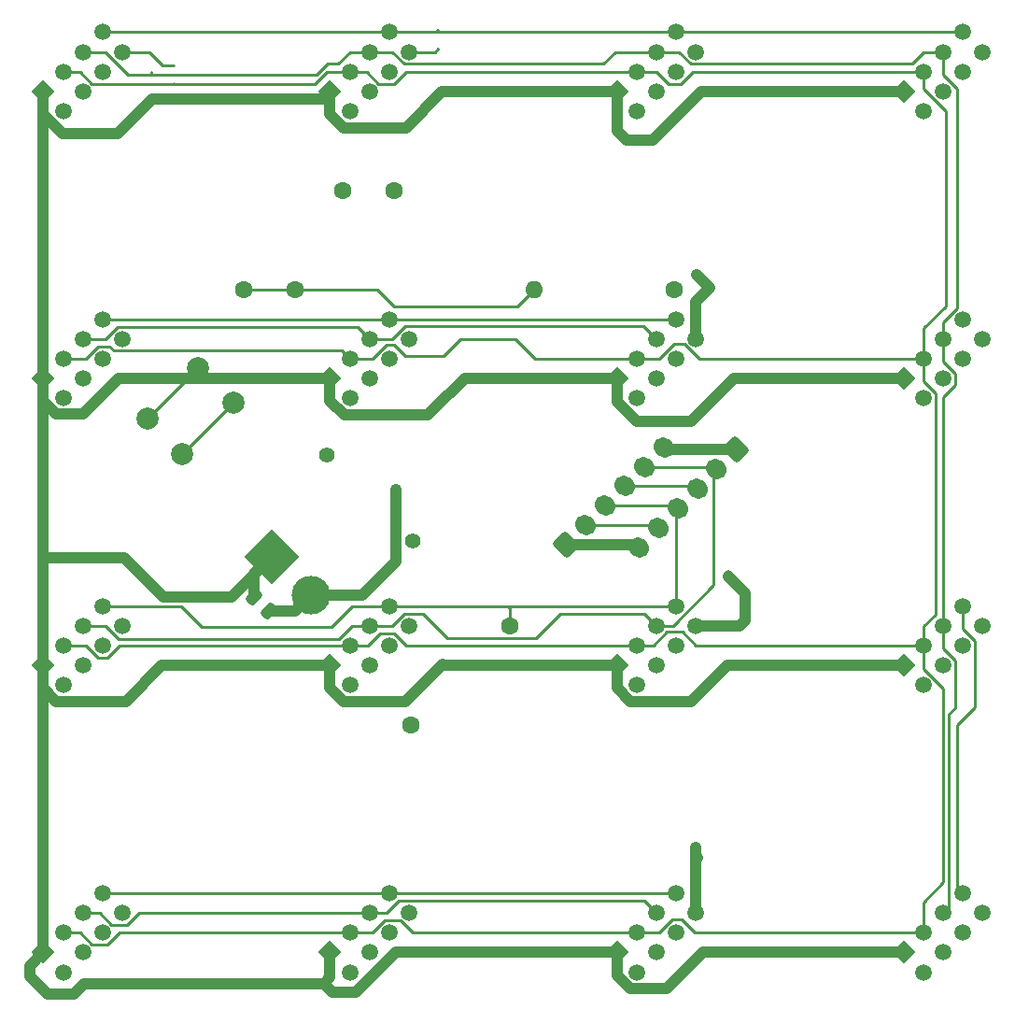
<source format=gbr>
%TF.GenerationSoftware,KiCad,Pcbnew,(6.0.1-0)*%
%TF.CreationDate,2022-09-26T15:58:14+02:00*%
%TF.ProjectId,wifi_camera,77696669-5f63-4616-9d65-72612e6b6963,rev?*%
%TF.SameCoordinates,Original*%
%TF.FileFunction,Copper,L1,Top*%
%TF.FilePolarity,Positive*%
%FSLAX46Y46*%
G04 Gerber Fmt 4.6, Leading zero omitted, Abs format (unit mm)*
G04 Created by KiCad (PCBNEW (6.0.1-0)) date 2022-09-26 15:58:14*
%MOMM*%
%LPD*%
G01*
G04 APERTURE LIST*
G04 Aperture macros list*
%AMRoundRect*
0 Rectangle with rounded corners*
0 $1 Rounding radius*
0 $2 $3 $4 $5 $6 $7 $8 $9 X,Y pos of 4 corners*
0 Add a 4 corners polygon primitive as box body*
4,1,4,$2,$3,$4,$5,$6,$7,$8,$9,$2,$3,0*
0 Add four circle primitives for the rounded corners*
1,1,$1+$1,$2,$3*
1,1,$1+$1,$4,$5*
1,1,$1+$1,$6,$7*
1,1,$1+$1,$8,$9*
0 Add four rect primitives between the rounded corners*
20,1,$1+$1,$2,$3,$4,$5,0*
20,1,$1+$1,$4,$5,$6,$7,0*
20,1,$1+$1,$6,$7,$8,$9,0*
20,1,$1+$1,$8,$9,$2,$3,0*%
%AMHorizOval*
0 Thick line with rounded ends*
0 $1 width*
0 $2 $3 position (X,Y) of the first rounded end (center of the circle)*
0 $4 $5 position (X,Y) of the second rounded end (center of the circle)*
0 Add line between two ends*
20,1,$1,$2,$3,$4,$5,0*
0 Add two circle primitives to create the rounded ends*
1,1,$1,$2,$3*
1,1,$1,$4,$5*%
%AMRotRect*
0 Rectangle, with rotation*
0 The origin of the aperture is its center*
0 $1 length*
0 $2 width*
0 $3 Rotation angle, in degrees counterclockwise*
0 Add horizontal line*
21,1,$1,$2,0,0,$3*%
G04 Aperture macros list end*
%TA.AperFunction,ComponentPad*%
%ADD10C,1.600000*%
%TD*%
%TA.AperFunction,ComponentPad*%
%ADD11HorizOval,1.600000X0.000000X0.000000X0.000000X0.000000X0*%
%TD*%
%TA.AperFunction,ComponentPad*%
%ADD12O,1.600000X1.600000*%
%TD*%
%TA.AperFunction,ComponentPad*%
%ADD13C,2.000000*%
%TD*%
%TA.AperFunction,ComponentPad*%
%ADD14RotRect,1.500000X1.500000X45.000000*%
%TD*%
%TA.AperFunction,ComponentPad*%
%ADD15C,1.500000*%
%TD*%
%TA.AperFunction,SMDPad,CuDef*%
%ADD16RoundRect,0.250000X0.512652X0.159099X0.159099X0.512652X-0.512652X-0.159099X-0.159099X-0.512652X0*%
%TD*%
%TA.AperFunction,ComponentPad*%
%ADD17C,1.400000*%
%TD*%
%TA.AperFunction,ComponentPad*%
%ADD18RotRect,3.500000X3.500000X135.000000*%
%TD*%
%TA.AperFunction,ComponentPad*%
%ADD19C,3.500000*%
%TD*%
%TA.AperFunction,ComponentPad*%
%ADD20RoundRect,0.250000X0.088388X-0.936916X0.936916X-0.088388X-0.088388X0.936916X-0.936916X0.088388X0*%
%TD*%
%TA.AperFunction,ComponentPad*%
%ADD21HorizOval,1.700000X-0.088388X0.088388X0.088388X-0.088388X0*%
%TD*%
%TA.AperFunction,ComponentPad*%
%ADD22RoundRect,0.250000X-0.088388X0.936916X-0.936916X0.088388X0.088388X-0.936916X0.936916X-0.088388X0*%
%TD*%
%TA.AperFunction,ViaPad*%
%ADD23C,0.800000*%
%TD*%
%TA.AperFunction,Conductor*%
%ADD24C,0.250000*%
%TD*%
%TA.AperFunction,Conductor*%
%ADD25C,1.000000*%
%TD*%
G04 APERTURE END LIST*
D10*
%TO.P,R4,1*%
%TO.N,+3V3*%
X79509872Y-119990128D03*
D11*
%TO.P,R4,2*%
%TO.N,shutter*%
X88490128Y-111009872D03*
%TD*%
%TO.P,R3,2*%
%TO.N,scl*%
X77990128Y-71519744D03*
D10*
%TO.P,R3,1*%
%TO.N,+3V3*%
X69009872Y-80500000D03*
%TD*%
D11*
%TO.P,R2,2*%
%TO.N,sda*%
X73320384Y-71519744D03*
D10*
%TO.P,R2,1*%
%TO.N,+3V3*%
X64340128Y-80500000D03*
%TD*%
%TO.P,R1,1*%
%TO.N,rst*%
X103350000Y-80500000D03*
D12*
%TO.P,R1,2*%
%TO.N,+3V3*%
X90650000Y-80500000D03*
%TD*%
D13*
%TO.P,SW1,1,1*%
%TO.N,rst*%
X63389088Y-90792894D03*
X58792894Y-95389088D03*
%TO.P,SW1,2,2*%
%TO.N,GND*%
X60207108Y-87610913D03*
X55610913Y-92207107D03*
%TD*%
D14*
%TO.P,U1,1,GND*%
%TO.N,GND*%
X46181981Y-62570134D03*
D15*
%TO.P,U1,2,IO2*%
%TO.N,sda*%
X47978032Y-60774083D03*
%TO.P,U1,3,IO0*%
%TO.N,scl*%
X49774083Y-58978032D03*
%TO.P,U1,4,RXD*%
%TO.N,shutter*%
X51570134Y-57181981D03*
%TO.P,U1,5,TXD*%
%TO.N,unconnected-(U1-Pad5)*%
X47978032Y-64366185D03*
%TO.P,U1,6,EN*%
%TO.N,unconnected-(U1-Pad6)*%
X49774083Y-62570134D03*
%TO.P,U1,7,~{RST}*%
%TO.N,rst*%
X51570134Y-60774083D03*
%TO.P,U1,8,VCC*%
%TO.N,+3V3*%
X53366185Y-58978032D03*
%TD*%
D14*
%TO.P,U3,1,GND*%
%TO.N,GND*%
X46181981Y-114570134D03*
D15*
%TO.P,U3,2,IO2*%
%TO.N,sda*%
X47978032Y-112774083D03*
%TO.P,U3,3,IO0*%
%TO.N,scl*%
X49774083Y-110978032D03*
%TO.P,U3,4,RXD*%
%TO.N,shutter*%
X51570134Y-109181981D03*
%TO.P,U3,5,TXD*%
%TO.N,unconnected-(U3-Pad5)*%
X47978032Y-116366185D03*
%TO.P,U3,6,EN*%
%TO.N,unconnected-(U3-Pad6)*%
X49774083Y-114570134D03*
%TO.P,U3,7,~{RST}*%
%TO.N,rst*%
X51570134Y-112774083D03*
%TO.P,U3,8,VCC*%
%TO.N,+3V3*%
X53366185Y-110978032D03*
%TD*%
D14*
%TO.P,U14,1,GND*%
%TO.N,GND*%
X124181981Y-88570134D03*
D15*
%TO.P,U14,2,IO2*%
%TO.N,sda*%
X125978032Y-86774083D03*
%TO.P,U14,3,IO0*%
%TO.N,scl*%
X127774083Y-84978032D03*
%TO.P,U14,4,RXD*%
%TO.N,shutter*%
X129570134Y-83181981D03*
%TO.P,U14,5,TXD*%
%TO.N,unconnected-(U14-Pad5)*%
X125978032Y-90366185D03*
%TO.P,U14,6,EN*%
%TO.N,unconnected-(U14-Pad6)*%
X127774083Y-88570134D03*
%TO.P,U14,7,~{RST}*%
%TO.N,rst*%
X129570134Y-86774083D03*
%TO.P,U14,8,VCC*%
%TO.N,+3V3*%
X131366185Y-84978032D03*
%TD*%
D14*
%TO.P,U12,1,GND*%
%TO.N,GND*%
X98181981Y-140570134D03*
D15*
%TO.P,U12,2,IO2*%
%TO.N,sda*%
X99978032Y-138774083D03*
%TO.P,U12,3,IO0*%
%TO.N,scl*%
X101774083Y-136978032D03*
%TO.P,U12,4,RXD*%
%TO.N,shutter*%
X103570134Y-135181981D03*
%TO.P,U12,5,TXD*%
%TO.N,unconnected-(U12-Pad5)*%
X99978032Y-142366185D03*
%TO.P,U12,6,EN*%
%TO.N,unconnected-(U12-Pad6)*%
X101774083Y-140570134D03*
%TO.P,U12,7,~{RST}*%
%TO.N,rst*%
X103570134Y-138774083D03*
%TO.P,U12,8,VCC*%
%TO.N,+3V3*%
X105366185Y-136978032D03*
%TD*%
D14*
%TO.P,U10,1,GND*%
%TO.N,GND*%
X98181981Y-88570134D03*
D15*
%TO.P,U10,2,IO2*%
%TO.N,sda*%
X99978032Y-86774083D03*
%TO.P,U10,3,IO0*%
%TO.N,scl*%
X101774083Y-84978032D03*
%TO.P,U10,4,RXD*%
%TO.N,shutter*%
X103570134Y-83181981D03*
%TO.P,U10,5,TXD*%
%TO.N,unconnected-(U10-Pad5)*%
X99978032Y-90366185D03*
%TO.P,U10,6,EN*%
%TO.N,unconnected-(U10-Pad6)*%
X101774083Y-88570134D03*
%TO.P,U10,7,~{RST}*%
%TO.N,rst*%
X103570134Y-86774083D03*
%TO.P,U10,8,VCC*%
%TO.N,+3V3*%
X105366185Y-84978032D03*
%TD*%
D14*
%TO.P,U16,1,GND*%
%TO.N,GND*%
X124181981Y-140570134D03*
D15*
%TO.P,U16,2,IO2*%
%TO.N,sda*%
X125978032Y-138774083D03*
%TO.P,U16,3,IO0*%
%TO.N,scl*%
X127774083Y-136978032D03*
%TO.P,U16,4,RXD*%
%TO.N,shutter*%
X129570134Y-135181981D03*
%TO.P,U16,5,TXD*%
%TO.N,unconnected-(U16-Pad5)*%
X125978032Y-142366185D03*
%TO.P,U16,6,EN*%
%TO.N,unconnected-(U16-Pad6)*%
X127774083Y-140570134D03*
%TO.P,U16,7,~{RST}*%
%TO.N,rst*%
X129570134Y-138774083D03*
%TO.P,U16,8,VCC*%
%TO.N,+3V3*%
X131366185Y-136978032D03*
%TD*%
D14*
%TO.P,U13,1,GND*%
%TO.N,GND*%
X124181981Y-62570134D03*
D15*
%TO.P,U13,2,IO2*%
%TO.N,sda*%
X125978032Y-60774083D03*
%TO.P,U13,3,IO0*%
%TO.N,scl*%
X127774083Y-58978032D03*
%TO.P,U13,4,RXD*%
%TO.N,shutter*%
X129570134Y-57181981D03*
%TO.P,U13,5,TXD*%
%TO.N,unconnected-(U13-Pad5)*%
X125978032Y-64366185D03*
%TO.P,U13,6,EN*%
%TO.N,unconnected-(U13-Pad6)*%
X127774083Y-62570134D03*
%TO.P,U13,7,~{RST}*%
%TO.N,rst*%
X129570134Y-60774083D03*
%TO.P,U13,8,VCC*%
%TO.N,+3V3*%
X131366185Y-58978032D03*
%TD*%
D14*
%TO.P,U15,1,GND*%
%TO.N,GND*%
X124181981Y-114570134D03*
D15*
%TO.P,U15,2,IO2*%
%TO.N,sda*%
X125978032Y-112774083D03*
%TO.P,U15,3,IO0*%
%TO.N,scl*%
X127774083Y-110978032D03*
%TO.P,U15,4,RXD*%
%TO.N,shutter*%
X129570134Y-109181981D03*
%TO.P,U15,5,TXD*%
%TO.N,unconnected-(U15-Pad5)*%
X125978032Y-116366185D03*
%TO.P,U15,6,EN*%
%TO.N,unconnected-(U15-Pad6)*%
X127774083Y-114570134D03*
%TO.P,U15,7,~{RST}*%
%TO.N,rst*%
X129570134Y-112774083D03*
%TO.P,U15,8,VCC*%
%TO.N,+3V3*%
X131366185Y-110978032D03*
%TD*%
D14*
%TO.P,U4,1,GND*%
%TO.N,GND*%
X46181981Y-140570134D03*
D15*
%TO.P,U4,2,IO2*%
%TO.N,sda*%
X47978032Y-138774083D03*
%TO.P,U4,3,IO0*%
%TO.N,scl*%
X49774083Y-136978032D03*
%TO.P,U4,4,RXD*%
%TO.N,shutter*%
X51570134Y-135181981D03*
%TO.P,U4,5,TXD*%
%TO.N,unconnected-(U4-Pad5)*%
X47978032Y-142366185D03*
%TO.P,U4,6,EN*%
%TO.N,unconnected-(U4-Pad6)*%
X49774083Y-140570134D03*
%TO.P,U4,7,~{RST}*%
%TO.N,rst*%
X51570134Y-138774083D03*
%TO.P,U4,8,VCC*%
%TO.N,+3V3*%
X53366185Y-136978032D03*
%TD*%
D14*
%TO.P,U7,1,GND*%
%TO.N,GND*%
X72181981Y-114570134D03*
D15*
%TO.P,U7,2,IO2*%
%TO.N,sda*%
X73978032Y-112774083D03*
%TO.P,U7,3,IO0*%
%TO.N,scl*%
X75774083Y-110978032D03*
%TO.P,U7,4,RXD*%
%TO.N,shutter*%
X77570134Y-109181981D03*
%TO.P,U7,5,TXD*%
%TO.N,unconnected-(U7-Pad5)*%
X73978032Y-116366185D03*
%TO.P,U7,6,EN*%
%TO.N,unconnected-(U7-Pad6)*%
X75774083Y-114570134D03*
%TO.P,U7,7,~{RST}*%
%TO.N,rst*%
X77570134Y-112774083D03*
%TO.P,U7,8,VCC*%
%TO.N,+3V3*%
X79366185Y-110978032D03*
%TD*%
D14*
%TO.P,U6,1,GND*%
%TO.N,GND*%
X72181981Y-88570134D03*
D15*
%TO.P,U6,2,IO2*%
%TO.N,sda*%
X73978032Y-86774083D03*
%TO.P,U6,3,IO0*%
%TO.N,scl*%
X75774083Y-84978032D03*
%TO.P,U6,4,RXD*%
%TO.N,shutter*%
X77570134Y-83181981D03*
%TO.P,U6,5,TXD*%
%TO.N,unconnected-(U6-Pad5)*%
X73978032Y-90366185D03*
%TO.P,U6,6,EN*%
%TO.N,unconnected-(U6-Pad6)*%
X75774083Y-88570134D03*
%TO.P,U6,7,~{RST}*%
%TO.N,rst*%
X77570134Y-86774083D03*
%TO.P,U6,8,VCC*%
%TO.N,+3V3*%
X79366185Y-84978032D03*
%TD*%
D16*
%TO.P,C4,1*%
%TO.N,+3V3*%
X66671751Y-109671751D03*
%TO.P,C4,2*%
%TO.N,GND*%
X65328249Y-108328249D03*
%TD*%
D14*
%TO.P,U5,1,GND*%
%TO.N,GND*%
X72181981Y-62570134D03*
D15*
%TO.P,U5,2,IO2*%
%TO.N,sda*%
X73978032Y-60774083D03*
%TO.P,U5,3,IO0*%
%TO.N,scl*%
X75774083Y-58978032D03*
%TO.P,U5,4,RXD*%
%TO.N,shutter*%
X77570134Y-57181981D03*
%TO.P,U5,5,TXD*%
%TO.N,unconnected-(U5-Pad5)*%
X73978032Y-64366185D03*
%TO.P,U5,6,EN*%
%TO.N,unconnected-(U5-Pad6)*%
X75774083Y-62570134D03*
%TO.P,U5,7,~{RST}*%
%TO.N,rst*%
X77570134Y-60774083D03*
%TO.P,U5,8,VCC*%
%TO.N,+3V3*%
X79366185Y-58978032D03*
%TD*%
D14*
%TO.P,U2,1,GND*%
%TO.N,GND*%
X46181981Y-88570134D03*
D15*
%TO.P,U2,2,IO2*%
%TO.N,sda*%
X47978032Y-86774083D03*
%TO.P,U2,3,IO0*%
%TO.N,scl*%
X49774083Y-84978032D03*
%TO.P,U2,4,RXD*%
%TO.N,shutter*%
X51570134Y-83181981D03*
%TO.P,U2,5,TXD*%
%TO.N,unconnected-(U2-Pad5)*%
X47978032Y-90366185D03*
%TO.P,U2,6,EN*%
%TO.N,unconnected-(U2-Pad6)*%
X49774083Y-88570134D03*
%TO.P,U2,7,~{RST}*%
%TO.N,rst*%
X51570134Y-86774083D03*
%TO.P,U2,8,VCC*%
%TO.N,+3V3*%
X53366185Y-84978032D03*
%TD*%
D14*
%TO.P,U11,1,GND*%
%TO.N,GND*%
X98181981Y-114570134D03*
D15*
%TO.P,U11,2,IO2*%
%TO.N,sda*%
X99978032Y-112774083D03*
%TO.P,U11,3,IO0*%
%TO.N,scl*%
X101774083Y-110978032D03*
%TO.P,U11,4,RXD*%
%TO.N,shutter*%
X103570134Y-109181981D03*
%TO.P,U11,5,TXD*%
%TO.N,unconnected-(U11-Pad5)*%
X99978032Y-116366185D03*
%TO.P,U11,6,EN*%
%TO.N,unconnected-(U11-Pad6)*%
X101774083Y-114570134D03*
%TO.P,U11,7,~{RST}*%
%TO.N,rst*%
X103570134Y-112774083D03*
%TO.P,U11,8,VCC*%
%TO.N,+3V3*%
X105366185Y-110978032D03*
%TD*%
D14*
%TO.P,U9,1,GND*%
%TO.N,GND*%
X98181981Y-62570134D03*
D15*
%TO.P,U9,2,IO2*%
%TO.N,sda*%
X99978032Y-60774083D03*
%TO.P,U9,3,IO0*%
%TO.N,scl*%
X101774083Y-58978032D03*
%TO.P,U9,4,RXD*%
%TO.N,shutter*%
X103570134Y-57181981D03*
%TO.P,U9,5,TXD*%
%TO.N,unconnected-(U9-Pad5)*%
X99978032Y-64366185D03*
%TO.P,U9,6,EN*%
%TO.N,unconnected-(U9-Pad6)*%
X101774083Y-62570134D03*
%TO.P,U9,7,~{RST}*%
%TO.N,rst*%
X103570134Y-60774083D03*
%TO.P,U9,8,VCC*%
%TO.N,+3V3*%
X105366185Y-58978032D03*
%TD*%
D14*
%TO.P,U8,1,GND*%
%TO.N,GND*%
X72181981Y-140570134D03*
D15*
%TO.P,U8,2,IO2*%
%TO.N,sda*%
X73978032Y-138774083D03*
%TO.P,U8,3,IO0*%
%TO.N,scl*%
X75774083Y-136978032D03*
%TO.P,U8,4,RXD*%
%TO.N,shutter*%
X77570134Y-135181981D03*
%TO.P,U8,5,TXD*%
%TO.N,unconnected-(U8-Pad5)*%
X73978032Y-142366185D03*
%TO.P,U8,6,EN*%
%TO.N,unconnected-(U8-Pad6)*%
X75774083Y-140570134D03*
%TO.P,U8,7,~{RST}*%
%TO.N,rst*%
X77570134Y-138774083D03*
%TO.P,U8,8,VCC*%
%TO.N,+3V3*%
X79366185Y-136978032D03*
%TD*%
D17*
%TO.P,J1,*%
%TO.N,*%
X79647324Y-103280850D03*
X71869149Y-95502676D03*
D18*
%TO.P,J1,1,Pin_1*%
%TO.N,GND*%
X66919402Y-104695064D03*
D19*
%TO.P,J1,2,Pin_2*%
%TO.N,+3V3*%
X70454936Y-108230598D03*
%TD*%
D20*
%TO.P,J3,1,Pin_1*%
%TO.N,GND*%
X93585430Y-103631549D03*
D21*
%TO.P,J3,2,Pin_2*%
%TO.N,rst*%
X95353197Y-101863782D03*
%TO.P,J3,3,Pin_3*%
%TO.N,shutter*%
X97120964Y-100096015D03*
%TO.P,J3,4,Pin_4*%
%TO.N,sda*%
X98888731Y-98328248D03*
%TO.P,J3,5,Pin_5*%
%TO.N,scl*%
X100656498Y-96560481D03*
%TO.P,J3,6,Pin_6*%
%TO.N,+3V3*%
X102424265Y-94792714D03*
%TD*%
D22*
%TO.P,J2,1,Pin_1*%
%TO.N,+3V3*%
X109000000Y-95000000D03*
D21*
%TO.P,J2,2,Pin_2*%
%TO.N,scl*%
X107232233Y-96767767D03*
%TO.P,J2,3,Pin_3*%
%TO.N,sda*%
X105464466Y-98535534D03*
%TO.P,J2,4,Pin_4*%
%TO.N,shutter*%
X103696699Y-100303301D03*
%TO.P,J2,5,Pin_5*%
%TO.N,rst*%
X101928932Y-102071068D03*
%TO.P,J2,6,Pin_6*%
%TO.N,GND*%
X100161165Y-103838835D03*
%TD*%
D23*
%TO.N,+3V3*%
X78150000Y-101600000D03*
X78150000Y-100650000D03*
X78150000Y-99650000D03*
X78150000Y-98750000D03*
%TO.N,GND*%
X92650000Y-114600000D03*
X91279866Y-114570134D03*
X90279866Y-114570134D03*
%TO.N,+3V3*%
X109225000Y-107325000D03*
X108750000Y-106850000D03*
X108275000Y-106375000D03*
X106650000Y-80350000D03*
X105750000Y-79500000D03*
X105450000Y-131050000D03*
X105450000Y-132100000D03*
%TD*%
D24*
%TO.N,GND*%
X55610913Y-92207107D02*
X60207108Y-87610913D01*
X60207108Y-87610913D02*
X59889087Y-87610913D01*
X59889087Y-87610913D02*
X58929866Y-88570134D01*
%TO.N,rst*%
X58792894Y-95389088D02*
X63389088Y-90792894D01*
%TO.N,sda*%
X47978032Y-86774083D02*
X50050545Y-86774083D01*
X50050545Y-86774083D02*
X51125056Y-85699572D01*
X51125056Y-85699572D02*
X52199572Y-85699572D01*
X52199572Y-85699572D02*
X52552543Y-86052543D01*
X52552543Y-86052543D02*
X73256492Y-86052543D01*
X73256492Y-86052543D02*
X73978032Y-86774083D01*
D25*
%TO.N,GND*%
X53029866Y-88570134D02*
X58929866Y-88570134D01*
X58929866Y-88570134D02*
X72181981Y-88570134D01*
D24*
%TO.N,shutter*%
X92318019Y-109181981D02*
X88318019Y-109181981D01*
X88318019Y-109181981D02*
X77570134Y-109181981D01*
X88490128Y-111009872D02*
X88490128Y-109354090D01*
X88490128Y-109354090D02*
X88318019Y-109181981D01*
X103570134Y-109181981D02*
X92318019Y-109181981D01*
%TO.N,scl*%
X75774083Y-110978032D02*
X77846596Y-110978032D01*
X77846596Y-110978032D02*
X78921107Y-109903521D01*
X78921107Y-109903521D02*
X80596479Y-109903521D01*
X82827341Y-112134383D02*
X90865617Y-112134383D01*
X80596479Y-109903521D02*
X82827341Y-112134383D01*
X90865617Y-112134383D02*
X93096479Y-109903521D01*
X93096479Y-109903521D02*
X100699572Y-109903521D01*
X100699572Y-109903521D02*
X101774083Y-110978032D01*
%TO.N,+3V3*%
X64340128Y-80500000D02*
X70500000Y-80500000D01*
X66850000Y-80490128D02*
X73009872Y-80490128D01*
X90650000Y-80500000D02*
X89150000Y-82000000D01*
X76490128Y-80490128D02*
X73009872Y-80490128D01*
X89150000Y-82000000D02*
X78000000Y-82000000D01*
X78000000Y-82000000D02*
X76490128Y-80490128D01*
%TO.N,shutter*%
X77570134Y-83181981D02*
X103570134Y-83181981D01*
X77570134Y-83181981D02*
X51570134Y-83181981D01*
D25*
%TO.N,GND*%
X81050000Y-91900000D02*
X81475000Y-91475000D01*
X81475000Y-91475000D02*
X84379866Y-88570134D01*
D24*
%TO.N,sda*%
X73978032Y-86774083D02*
X76050545Y-86774083D01*
X90774083Y-86774083D02*
X99978032Y-86774083D01*
X76050545Y-86774083D02*
X77324628Y-85500000D01*
X77324628Y-85500000D02*
X78000000Y-85500000D01*
X78000000Y-85500000D02*
X79000000Y-86500000D01*
X79000000Y-86500000D02*
X82500000Y-86500000D01*
X84000000Y-85000000D02*
X89000000Y-85000000D01*
X89000000Y-85000000D02*
X90774083Y-86774083D01*
X82500000Y-86500000D02*
X84000000Y-85000000D01*
%TO.N,+3V3*%
X79366185Y-58978032D02*
X81671968Y-58978032D01*
X81671968Y-58978032D02*
X82000000Y-58650000D01*
D25*
%TO.N,GND*%
X46181981Y-114570134D02*
X46181981Y-104781981D01*
X46181981Y-104781981D02*
X46181981Y-88570134D01*
X66919402Y-104695064D02*
X63257005Y-108357461D01*
X63257005Y-108357461D02*
X57057461Y-108357461D01*
X53481981Y-104781981D02*
X46181981Y-104781981D01*
X57057461Y-108357461D02*
X53481981Y-104781981D01*
%TO.N,+3V3*%
X78150000Y-101600000D02*
X78150000Y-100650000D01*
X78150000Y-100650000D02*
X78150000Y-99650000D01*
X78150000Y-99650000D02*
X78150000Y-98750000D01*
X78150000Y-98750000D02*
X78150000Y-98650000D01*
X78150000Y-105150000D02*
X78150000Y-101600000D01*
X70454936Y-108230598D02*
X75069402Y-108230598D01*
X75069402Y-108230598D02*
X78150000Y-105150000D01*
X66671751Y-109671751D02*
X69013783Y-109671751D01*
X69013783Y-109671751D02*
X70454936Y-108230598D01*
%TO.N,GND*%
X65328249Y-108328249D02*
X65328249Y-106286217D01*
X65328249Y-106286217D02*
X66919402Y-104695064D01*
X124181981Y-62570134D02*
X105829866Y-62570134D01*
X99100000Y-67000000D02*
X98181981Y-66081981D01*
X105829866Y-62570134D02*
X101400000Y-67000000D01*
X101400000Y-67000000D02*
X99100000Y-67000000D01*
X98181981Y-66081981D02*
X98181981Y-62570134D01*
X73411928Y-65850000D02*
X79050000Y-65850000D01*
X79050000Y-65850000D02*
X82329866Y-62570134D01*
X72181981Y-64620053D02*
X73411928Y-65850000D01*
X72181981Y-62570134D02*
X72181981Y-64620053D01*
X82329866Y-62570134D02*
X98181981Y-62570134D01*
X67250000Y-63250000D02*
X71502115Y-63250000D01*
X71502115Y-63250000D02*
X72181981Y-62570134D01*
X60750000Y-63250000D02*
X67250000Y-63250000D01*
X91829866Y-114570134D02*
X98181981Y-114570134D01*
X91279866Y-114570134D02*
X91829866Y-114570134D01*
X90629866Y-114570134D02*
X91279866Y-114570134D01*
X90279866Y-114570134D02*
X90629866Y-114570134D01*
X98181981Y-114570134D02*
X98181981Y-116620053D01*
X108179866Y-114570134D02*
X124181981Y-114570134D01*
X98181981Y-116620053D02*
X99411928Y-117850000D01*
X99411928Y-117850000D02*
X104900000Y-117850000D01*
X104900000Y-117850000D02*
X108179866Y-114570134D01*
X73377624Y-117815696D02*
X79034304Y-117815696D01*
X72181981Y-116620053D02*
X73377624Y-117815696D01*
X79034304Y-117815696D02*
X82350000Y-114500000D01*
X82420134Y-114570134D02*
X90279866Y-114570134D01*
X72181981Y-114570134D02*
X72181981Y-116620053D01*
X82350000Y-114500000D02*
X82420134Y-114570134D01*
X46181981Y-114570134D02*
X46181981Y-116620053D01*
X46181981Y-116620053D02*
X47377624Y-117815696D01*
X47377624Y-117815696D02*
X53684304Y-117815696D01*
X53684304Y-117815696D02*
X56929866Y-114570134D01*
X56929866Y-114570134D02*
X72181981Y-114570134D01*
X98181981Y-88570134D02*
X98181981Y-90631981D01*
X104900000Y-92450000D02*
X108779866Y-88570134D01*
X98181981Y-90631981D02*
X100000000Y-92450000D01*
X100000000Y-92450000D02*
X104900000Y-92450000D01*
X108779866Y-88570134D02*
X124181981Y-88570134D01*
X72181981Y-88570134D02*
X72181981Y-90620053D01*
X72181981Y-90620053D02*
X73461928Y-91900000D01*
X73461928Y-91900000D02*
X81050000Y-91900000D01*
X84379866Y-88570134D02*
X98181981Y-88570134D01*
X46181981Y-88570134D02*
X46181981Y-90620053D01*
X46181981Y-90620053D02*
X47377624Y-91815696D01*
X47377624Y-91815696D02*
X49784304Y-91815696D01*
X49784304Y-91815696D02*
X53029866Y-88570134D01*
X46181981Y-62570134D02*
X46181981Y-64620053D01*
X46181981Y-64620053D02*
X47961928Y-66400000D01*
X47961928Y-66400000D02*
X52950000Y-66400000D01*
X52950000Y-66400000D02*
X56100000Y-63250000D01*
X56100000Y-63250000D02*
X60750000Y-63250000D01*
X46181981Y-88570134D02*
X46181981Y-62570134D01*
X46181981Y-140570134D02*
X46181981Y-114570134D01*
X48950000Y-144350000D02*
X46550000Y-144350000D01*
X71650000Y-143400000D02*
X49900000Y-143400000D01*
X46550000Y-144350000D02*
X44950000Y-142750000D01*
X49900000Y-143400000D02*
X48950000Y-144350000D01*
X44950000Y-141802115D02*
X46181981Y-140570134D01*
X44950000Y-142750000D02*
X44950000Y-141802115D01*
X72400000Y-144150000D02*
X71650000Y-143400000D01*
X74550000Y-144150000D02*
X72400000Y-144150000D01*
X98181981Y-140570134D02*
X78129866Y-140570134D01*
X71650000Y-143400000D02*
X72181981Y-142868019D01*
X78129866Y-140570134D02*
X74550000Y-144150000D01*
X72181981Y-142868019D02*
X72181981Y-140570134D01*
X124181981Y-140570134D02*
X105979866Y-140570134D01*
X105979866Y-140570134D02*
X102700000Y-143850000D01*
X102700000Y-143850000D02*
X99400000Y-143850000D01*
X99400000Y-143850000D02*
X98181981Y-142631981D01*
X98181981Y-142631981D02*
X98181981Y-140570134D01*
D24*
%TO.N,sda*%
X99978032Y-86774083D02*
X102050545Y-86774083D01*
X102050545Y-86774083D02*
X103401518Y-85423110D01*
X103401518Y-85423110D02*
X104291674Y-85423110D01*
X104291674Y-85423110D02*
X105642647Y-86774083D01*
X105642647Y-86774083D02*
X125978032Y-86774083D01*
%TO.N,scl*%
X75774083Y-84978032D02*
X77846596Y-84978032D01*
X77846596Y-84978032D02*
X79024628Y-83800000D01*
X100596051Y-83800000D02*
X101774083Y-84978032D01*
X79024628Y-83800000D02*
X100596051Y-83800000D01*
X49774083Y-84978032D02*
X51846596Y-84978032D01*
X51846596Y-84978032D02*
X52921107Y-83903521D01*
X52921107Y-83903521D02*
X74699572Y-83903521D01*
X74699572Y-83903521D02*
X75774083Y-84978032D01*
%TO.N,shutter*%
X72300000Y-111050000D02*
X60550000Y-111050000D01*
X51570134Y-109181981D02*
X58681981Y-109181981D01*
X58681981Y-109181981D02*
X60550000Y-111050000D01*
%TO.N,scl*%
X49774083Y-110978032D02*
X51846596Y-110978032D01*
X73029870Y-112150000D02*
X74201838Y-110978032D01*
X51846596Y-110978032D02*
X53018564Y-112150000D01*
X53018564Y-112150000D02*
X73029870Y-112150000D01*
X74201838Y-110978032D02*
X75774083Y-110978032D01*
%TO.N,sda*%
X73978032Y-112774083D02*
X53089723Y-112774083D01*
X53089723Y-112774083D02*
X52015212Y-113848594D01*
X50050545Y-112774083D02*
X47978032Y-112774083D01*
X52015212Y-113848594D02*
X51125056Y-113848594D01*
X51125056Y-113848594D02*
X50050545Y-112774083D01*
X99978032Y-112774083D02*
X79089723Y-112774083D01*
X79089723Y-112774083D02*
X78015212Y-111699572D01*
X78015212Y-111699572D02*
X76698594Y-111699572D01*
X76698594Y-111699572D02*
X75624083Y-112774083D01*
X75624083Y-112774083D02*
X73978032Y-112774083D01*
X125978032Y-112774083D02*
X105374083Y-112774083D01*
X99978032Y-112774083D02*
X101497621Y-112774083D01*
X101497621Y-112774083D02*
X102730986Y-111540718D01*
X102730986Y-111540718D02*
X104140718Y-111540718D01*
X104140718Y-111540718D02*
X105374083Y-112774083D01*
X99978032Y-138774083D02*
X102050545Y-138774083D01*
X104099066Y-137615718D02*
X105257431Y-138774083D01*
X102050545Y-138774083D02*
X103208910Y-137615718D01*
X103208910Y-137615718D02*
X104099066Y-137615718D01*
X105257431Y-138774083D02*
X125978032Y-138774083D01*
X73978032Y-138774083D02*
X76050545Y-138774083D01*
X77125056Y-137699572D02*
X78568136Y-137699572D01*
X76050545Y-138774083D02*
X77125056Y-137699572D01*
X78568136Y-137699572D02*
X79642647Y-138774083D01*
X79642647Y-138774083D02*
X99978032Y-138774083D01*
X73978032Y-138774083D02*
X53089723Y-138774083D01*
X50572132Y-139848594D02*
X49497621Y-138774083D01*
X53089723Y-138774083D02*
X52015212Y-139848594D01*
X52015212Y-139848594D02*
X50572132Y-139848594D01*
X49497621Y-138774083D02*
X47978032Y-138774083D01*
%TO.N,scl*%
X75774083Y-136978032D02*
X54885774Y-136978032D01*
X54885774Y-136978032D02*
X53811263Y-138052543D01*
X53811263Y-138052543D02*
X52368183Y-138052543D01*
X52368183Y-138052543D02*
X51293672Y-136978032D01*
D25*
%TO.N,+3V3*%
X109850000Y-108050000D02*
X108300000Y-106500000D01*
X109850000Y-110450000D02*
X109850000Y-108050000D01*
X105366185Y-110978032D02*
X109321968Y-110978032D01*
X109321968Y-110978032D02*
X109850000Y-110450000D01*
X106550000Y-80300000D02*
X106150000Y-79900000D01*
X106150000Y-79900000D02*
X105750000Y-79500000D01*
X105750000Y-79500000D02*
X105450000Y-79200000D01*
X106600000Y-80350000D02*
X106550000Y-80300000D01*
X105450000Y-79200000D02*
X105400000Y-79200000D01*
X105366185Y-84978032D02*
X105366185Y-81583815D01*
X105366185Y-81583815D02*
X106600000Y-80350000D01*
X105366185Y-132866185D02*
X105366185Y-131066185D01*
X105366185Y-131066185D02*
X105350000Y-131050000D01*
X105366185Y-136978032D02*
X105366185Y-132866185D01*
X105366185Y-132866185D02*
X105366185Y-132133815D01*
X105366185Y-132133815D02*
X105500000Y-132000000D01*
%TO.N,GND*%
X93585430Y-103631549D02*
X99953879Y-103631549D01*
X99953879Y-103631549D02*
X100161165Y-103838835D01*
%TO.N,+3V3*%
X109000000Y-95000000D02*
X102631551Y-95000000D01*
X102631551Y-95000000D02*
X102424265Y-94792714D01*
D24*
%TO.N,shutter*%
X77570134Y-109181981D02*
X74168019Y-109181981D01*
X74168019Y-109181981D02*
X72300000Y-111050000D01*
%TO.N,+3V3*%
X108792714Y-94792714D02*
X109000000Y-95000000D01*
X56000000Y-59175000D02*
X55803032Y-58978032D01*
X55803032Y-58978032D02*
X53366185Y-58978032D01*
X57000000Y-60175000D02*
X56000000Y-59175000D01*
X58000000Y-60175000D02*
X57000000Y-60175000D01*
%TO.N,rst*%
X95353197Y-101863782D02*
X101721646Y-101863782D01*
X101721646Y-101863782D02*
X101928932Y-102071068D01*
%TO.N,sda*%
X70787123Y-61848594D02*
X56151406Y-61848594D01*
X75497621Y-60774083D02*
X73978032Y-60774083D01*
X127798404Y-116666968D02*
X127798404Y-134201596D01*
X57976406Y-61848594D02*
X58000000Y-61825000D01*
X73978032Y-60774083D02*
X71861635Y-60774083D01*
X76572132Y-61848594D02*
X75497621Y-60774083D01*
X125978032Y-114846596D02*
X127798404Y-116666968D01*
X125978032Y-112774083D02*
X125978032Y-114846596D01*
X104015212Y-61848594D02*
X102848594Y-61848594D01*
X125978032Y-88846596D02*
X127052543Y-89921107D01*
X101774083Y-86774083D02*
X99978032Y-86774083D01*
X127052543Y-109947457D02*
X125978032Y-111021968D01*
X128000000Y-82000000D02*
X125978032Y-84021968D01*
X125978032Y-86774083D02*
X125978032Y-88846596D01*
X125978032Y-111021968D02*
X125978032Y-112774083D01*
X79089723Y-60774083D02*
X78015212Y-61848594D01*
X105257180Y-98328248D02*
X105464466Y-98535534D01*
X102848594Y-61848594D02*
X101774083Y-60774083D01*
X99978032Y-60774083D02*
X79089723Y-60774083D01*
X50572132Y-61848594D02*
X49497621Y-60774083D01*
X128000000Y-64315640D02*
X128000000Y-82000000D01*
X125978032Y-60774083D02*
X125978032Y-62293672D01*
X125978032Y-62293672D02*
X128000000Y-64315640D01*
X127798404Y-134201596D02*
X125978032Y-136021968D01*
X125978032Y-84021968D02*
X125978032Y-86774083D01*
X101774083Y-60774083D02*
X99978032Y-60774083D01*
X105089723Y-60774083D02*
X104015212Y-61848594D01*
X49497621Y-60774083D02*
X47978032Y-60774083D01*
X125978032Y-136021968D02*
X125978032Y-138774083D01*
X78015212Y-61848594D02*
X76572132Y-61848594D01*
X56151406Y-61848594D02*
X50572132Y-61848594D01*
X71861635Y-60774083D02*
X70787123Y-61848594D01*
X56151406Y-61848594D02*
X57976406Y-61848594D01*
X127052543Y-89921107D02*
X127052543Y-109947457D01*
X98888731Y-98328248D02*
X105257180Y-98328248D01*
X125978032Y-60774083D02*
X105089723Y-60774083D01*
%TO.N,scl*%
X127774083Y-113050545D02*
X128848594Y-114125056D01*
X71000000Y-61000000D02*
X71947457Y-60052543D01*
X128848594Y-89151406D02*
X128848594Y-88125056D01*
X77846596Y-58978032D02*
X78921107Y-60052543D01*
X77293672Y-136978032D02*
X75774083Y-136978032D01*
X51293672Y-136978032D02*
X49774083Y-136978032D01*
X127774083Y-83458443D02*
X127774083Y-84978032D01*
X103293672Y-110978032D02*
X106973261Y-107298443D01*
X128247924Y-136504191D02*
X127774083Y-136978032D01*
X127774083Y-61050545D02*
X129000000Y-62276462D01*
X78921107Y-60052543D02*
X96947457Y-60052543D01*
X127774083Y-58978032D02*
X127774083Y-61050545D01*
X107024947Y-96560481D02*
X107232233Y-96767767D01*
X56000000Y-61000000D02*
X71000000Y-61000000D01*
X128848594Y-114125056D02*
X128848594Y-118399330D01*
X101774083Y-136978032D02*
X100699572Y-135903521D01*
X128247924Y-119000000D02*
X128247924Y-136504191D01*
X129000000Y-82232526D02*
X127774083Y-83458443D01*
X128848594Y-118399330D02*
X128247924Y-119000000D01*
X101774083Y-110978032D02*
X103293672Y-110978032D01*
X106973261Y-97026739D02*
X107232233Y-96767767D01*
X128848594Y-88125056D02*
X127774083Y-87050545D01*
X100699572Y-135903521D02*
X78368183Y-135903521D01*
X71947457Y-60052543D02*
X72947457Y-60052543D01*
X106973261Y-107298443D02*
X106973261Y-97026739D01*
X56000000Y-60825000D02*
X56000000Y-61000000D01*
X75774083Y-58978032D02*
X77846596Y-58978032D01*
X75774083Y-136978032D02*
X74254494Y-136978032D01*
X124947457Y-60052543D02*
X126021968Y-58978032D01*
X98021968Y-58978032D02*
X101774083Y-58978032D01*
X103846596Y-58978032D02*
X104921107Y-60052543D01*
X127774083Y-90225917D02*
X128848594Y-89151406D01*
X96947457Y-60052543D02*
X98021968Y-58978032D01*
X74021968Y-58978032D02*
X75774083Y-58978032D01*
X126021968Y-58978032D02*
X127774083Y-58978032D01*
X104921107Y-60052543D02*
X124947457Y-60052543D01*
X129000000Y-62276462D02*
X129000000Y-82232526D01*
X100656498Y-96560481D02*
X107024947Y-96560481D01*
X49774083Y-58978032D02*
X51846596Y-58978032D01*
X78368183Y-135903521D02*
X77293672Y-136978032D01*
X51846596Y-58978032D02*
X53868564Y-61000000D01*
X72947457Y-60052543D02*
X74021968Y-58978032D01*
X127774083Y-87050545D02*
X127774083Y-84978032D01*
X127774083Y-110978032D02*
X127774083Y-113050545D01*
X101774083Y-58978032D02*
X103846596Y-58978032D01*
X127774083Y-110978032D02*
X127774083Y-90225917D01*
X53868564Y-61000000D02*
X56000000Y-61000000D01*
%TO.N,shutter*%
X51570134Y-135181981D02*
X77570134Y-135181981D01*
X129570134Y-57181981D02*
X103570134Y-57181981D01*
X130644645Y-112329005D02*
X130644645Y-118355355D01*
X129000000Y-134611847D02*
X129570134Y-135181981D01*
X81818019Y-57181981D02*
X82000000Y-57000000D01*
X103570134Y-100429866D02*
X103696699Y-100303301D01*
X129570134Y-109181981D02*
X129570134Y-111254494D01*
X77570134Y-57181981D02*
X81818019Y-57181981D01*
X129000000Y-120000000D02*
X129000000Y-134611847D01*
X103570134Y-109181981D02*
X103570134Y-100429866D01*
X103570134Y-57181981D02*
X77570134Y-57181981D01*
X129570134Y-111254494D02*
X130644645Y-112329005D01*
X130644645Y-118355355D02*
X129000000Y-120000000D01*
X51570134Y-57181981D02*
X77570134Y-57181981D01*
X77570134Y-135181981D02*
X103570134Y-135181981D01*
X97120964Y-100096015D02*
X103489413Y-100096015D01*
X103489413Y-100096015D02*
X103696699Y-100303301D01*
%TD*%
M02*

</source>
